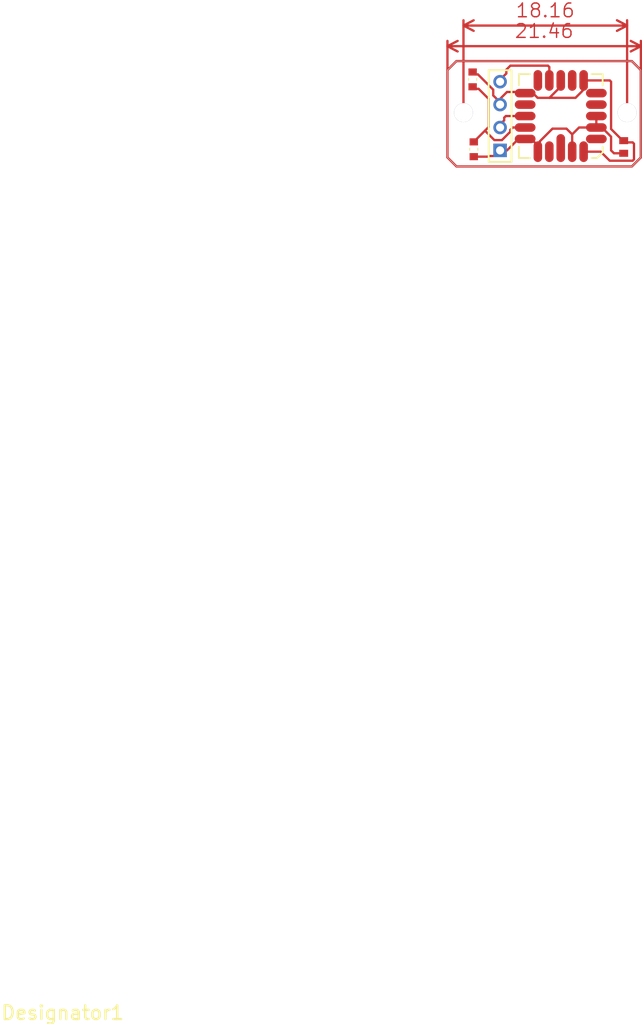
<source format=kicad_pcb>
(kicad_pcb (version 20211014) (generator pcbnew)
  (layers (0 "F.Cu" signal "Top Layer") (31 "B.Cu" signal "Bottom Layer") (34 "B.Paste" user "Bottom Paste") (35 "F.Paste" user "Top Paste") (36 "B.SilkS" user "Bottom Overlay") (37 "F.SilkS" user "Top Overlay") (38 "B.Mask" user "Bottom Solder") (39 "F.Mask" user "Top Solder") (44 "Edge.Cuts" user))
  (net 0 "")
  (net 1 "AOP")
  (net 2 "AON")
  (net 3 "Net*1_17")
  (net 4 "GND")
  (net 5 "5V ref")
  (footprint "Vault:CAPC1608X90N" (layer "F.Cu") (at 157.3276 108.6866 90)
    (fp_text reference "" (at 7.62 0.253992 90 unlocked) (layer "F.SilkS") (effects (font (thickness 0.254)) (justify left bottom)))
    (fp_text value "0.1uF" hide)
    (pad "1" smd rect (at -0.7 0 180) (size 0.99 0.78) (layers "F.Cu" "F.Paste" "F.Mask") (net 4 "GND"))
    (pad "2" smd rect (at 0.7 0 180) (size 0.99 0.78) (layers "F.Cu" "F.Paste" "F.Mask") (net 5 "5V ref"))
  )
  (footprint "Miscellaneous Connectors.IntLib:HDR1X4" (layer "F.Cu") (at 143.6116 109.0676 90)
    (fp_text reference "" (at -2.158992 0.127 unlocked) (layer "F.SilkS") (effects (font (thickness 0.254)) (justify left bottom)))
    (fp_text value "Header 4" hide)
    (fp_line (start 8.89 -1.27) (end 8.89 1.27) (layer "F.SilkS") (width 0.2))
    (fp_line (start -1.27 -1.27) (end -1.27 1.27) (layer "F.SilkS") (width 0.2))
    (fp_line (start -1.27 -1.27) (end 8.89 -1.27) (layer "F.SilkS") (width 0.2))
    (fp_line (start -1.27 1.27) (end 8.89 1.27) (layer "F.SilkS") (width 0.2))
    (pad "1" thru_hole rect (at 0 0 90) (size 1.5 1.5) (drill 0.9) (layers *.Cu *.Mask) (net 4 "GND"))
    (pad "2" thru_hole circle (at 2.54 0 90) (size 1.5 1.5) (drill 0.9) (layers *.Cu *.Mask) (net 2 "AON"))
    (pad "3" thru_hole circle (at 5.08 0 90) (size 1.5 1.5) (drill 0.9) (layers *.Cu *.Mask) (net 5 "5V ref"))
    (pad "4" thru_hole circle (at 7.62 0 90) (size 1.5 1.5) (drill 0.9) (layers *.Cu *.Mask) (net 1 "AOP"))
  )
  (footprint "Vault:LCC127P889X889X254-20N" (layer "F.Cu") (at 150.3426 105.2576 180)
    (fp_text reference "" (at 6.096005 0.253992 180 unlocked) (layer "F.SilkS") (effects (font (size 1.524 1.524) (thickness 0.254)) (justify left bottom)))
    (fp_text value "SI1521L" hide)
    (fp_line (start 4.65 4.65) (end 3.415 4.65) (layer "F.SilkS") (width 0.2))
    (fp_line (start 4.65 -4.65) (end 3.415 -4.65) (layer "F.SilkS") (width 0.2))
    (fp_line (start -3.415 4.65) (end -4.65 4.65) (layer "F.SilkS") (width 0.2))
    (fp_line (start 4.65 -4.65) (end 4.65 -3.415) (layer "F.SilkS") (width 0.2))
    (fp_line (start -3.415 -4.65) (end -4.032499 -4.65) (layer "F.SilkS") (width 0.2))
    (fp_line (start -4.65 3.415) (end -4.65 4.65) (layer "F.SilkS") (width 0.2))
    (fp_line (start -4.65 -4.032499) (end -4.65 -3.415) (layer "F.SilkS") (width 0.2))
    (fp_line (start -4.032499 -4.65) (end -4.65 -4.032499) (layer "F.SilkS") (width 0.2))
    (fp_line (start 4.65 3.415) (end 4.65 4.65) (layer "F.SilkS") (width 0.2))
    (pad "1" smd oval (at 0 -3.55 180) (size 0.95 3.1) (layers "F.Cu" "F.Paste" "F.Mask"))
    (pad "2" smd oval (at -1.27 -3.95 180) (size 0.95 2.3) (layers "F.Cu" "F.Paste" "F.Mask") (net 4 "GND"))
    (pad "3" smd oval (at -2.54 -3.95 180) (size 0.95 2.3) (layers "F.Cu" "F.Paste" "F.Mask") (net 5 "5V ref"))
    (pad "4" smd oval (at -3.95 -2.54 270) (size 0.95 2.3) (layers "F.Cu" "F.Paste" "F.Mask"))
    (pad "5" smd oval (at -3.95 -1.27 270) (size 0.95 2.3) (layers "F.Cu" "F.Paste" "F.Mask") (net 4 "GND"))
    (pad "6" smd oval (at -3.95 0 270) (size 0.95 2.3) (layers "F.Cu" "F.Paste" "F.Mask") (net 4 "GND"))
    (pad "7" smd oval (at -3.95 1.27 270) (size 0.95 2.3) (layers "F.Cu" "F.Paste" "F.Mask"))
    (pad "8" smd oval (at -3.95 2.54 270) (size 0.95 2.3) (layers "F.Cu" "F.Paste" "F.Mask"))
    (pad "9" smd oval (at -2.54 3.95 180) (size 0.95 2.3) (layers "F.Cu" "F.Paste" "F.Mask") (net 5 "5V ref"))
    (pad "10" smd oval (at -1.27 3.95 180) (size 0.95 2.3) (layers "F.Cu" "F.Paste" "F.Mask"))
    (pad "11" smd oval (at 0 3.95 180) (size 0.95 2.3) (layers "F.Cu" "F.Paste" "F.Mask") (net 5 "5V ref"))
    (pad "12" smd oval (at 1.27 3.95 180) (size 0.95 2.3) (layers "F.Cu" "F.Paste" "F.Mask") (net 1 "AOP"))
    (pad "13" smd oval (at 2.54 3.95 180) (size 0.95 2.3) (layers "F.Cu" "F.Paste" "F.Mask"))
    (pad "14" smd oval (at 3.95 2.54 270) (size 0.95 2.3) (layers "F.Cu" "F.Paste" "F.Mask") (net 5 "5V ref"))
    (pad "15" smd oval (at 3.95 1.27 270) (size 0.95 2.3) (layers "F.Cu" "F.Paste" "F.Mask"))
    (pad "16" smd oval (at 3.95 0 270) (size 0.95 2.3) (layers "F.Cu" "F.Paste" "F.Mask") (net 2 "AON"))
    (pad "17" smd oval (at 3.95 -1.27 270) (size 0.95 2.3) (layers "F.Cu" "F.Paste" "F.Mask") (net 3 "Net*1_17"))
    (pad "18" smd oval (at 3.95 -2.54 270) (size 0.95 2.3) (layers "F.Cu" "F.Paste" "F.Mask") (net 4 "GND"))
    (pad "19" smd oval (at 2.54 -3.95 180) (size 0.95 2.3) (layers "F.Cu" "F.Paste" "F.Mask") (net 4 "GND"))
    (pad "20" smd oval (at 1.27 -3.95 180) (size 0.95 2.3) (layers "F.Cu" "F.Paste" "F.Mask"))
  )
  (footprint "RT0603BRD0733RL.PcbLib:RESC1608X55N" (layer "F.Cu") (at 140.5636 101.1936 90)
    (fp_text reference "Designator1" (at -104.394 -52.451 unlocked) (layer "F.SilkS") (effects (font (size 1.524 1.524) (thickness 0.254)) (justify left bottom)))
    (fp_text value "2k" hide)
    (fp_line (start -0.11 0.45) (end 0.11 0.45) (layer "F.SilkS") (width 0.127))
    (fp_line (start -0.11 -0.45) (end 0.11 -0.45) (layer "F.SilkS") (width 0.127))
    (pad "1" smd rect (at -0.82 0 90) (size 0.79 0.93) (layers "F.Cu" "F.Paste" "F.Mask") (net 3 "Net*1_17"))
    (pad "2" smd rect (at 0.82 0 90) (size 0.79 0.93) (layers "F.Cu" "F.Paste" "F.Mask") (net 5 "5V ref"))
  )
  (footprint "RT0603BRD0733RL.PcbLib:RESC1608X55N" (layer "F.Cu") (at 140.6906 108.9406 -90)
    (fp_text reference "" (at 2.032008 -1.904995 180 unlocked) (layer "F.SilkS") (effects (font (thickness 0.254)) (justify left bottom)))
    (fp_text value "2k" hide)
    (fp_line (start 0.11 0.45) (end -0.11 0.45) (layer "F.SilkS") (width 0.127))
    (fp_line (start 0.11 -0.45) (end -0.11 -0.45) (layer "F.SilkS") (width 0.127))
    (pad "1" smd rect (at -0.82 0 270) (size 0.79 0.93) (layers "F.Cu" "F.Paste" "F.Mask") (net 3 "Net*1_17"))
    (pad "2" smd rect (at 0.82 0 270) (size 0.79 0.93) (layers "F.Cu" "F.Paste" "F.Mask") (net 4 "GND"))
  )
  (gr_line (start 159.2326 100.1616) (end 159.2326 109.8456) (layer "Edge.Cuts") (width 0.05))
  (gr_line (start 138.7696 110.8456) (end 137.7696 109.8456) (layer "Edge.Cuts") (width 0.05))
  (gr_line (start 158.2326 99.1616) (end 159.2326 100.1616) (layer "Edge.Cuts") (width 0.05))
  (gr_line (start 137.7696 109.8456) (end 137.7696 100.1616) (layer "Edge.Cuts") (width 0.05))
  (gr_line (start 137.7696 100.1616) (end 138.7696 99.1616) (layer "Edge.Cuts") (width 0.05))
  (gr_line (start 158.2326 110.8456) (end 138.7696 110.8456) (layer "Edge.Cuts") (width 0.05))
  (gr_line (start 159.2326 109.8456) (end 158.2326 110.8456) (layer "Edge.Cuts") (width 0.05))
  (gr_line (start 138.7696 99.1616) (end 158.2326 99.1616) (layer "Edge.Cuts") (width 0.05))
  (dimension (type aligned) (layer "F.Cu") (pts (xy 139.5476 104.8766) (xy 157.7086 104.8766)) (height -9.652) (gr_text "18.16" (at 148.6281 93.5482) (layer "F.Cu") (effects (font (size 1.524 1.524) (thickness 0.1524)))) (format (units 2) (units_format 0) (precision 2)) (style (thickness 0.254) (arrow_length 1.27) (text_position_mode 0) (extension_height 0.58642) (extension_offset 0) keep_text_aligned))
  (dimension (type aligned) (layer "F.Cu") (pts (xy 137.7696 109.8456) (xy 159.2326 109.8456)) (height -12.335) (gr_text "21.46" (at 148.5011 95.8342) (layer "F.Cu") (effects (font (size 1.524 1.524) (thickness 0.1524)))) (format (units 2) (units_format 0) (precision 2)) (style (thickness 0.254) (arrow_length 1.27) (text_position_mode 0) (extension_height 0.58642) (extension_offset 0) keep_text_aligned))
  (segment (start 159.2326 109.8456) (end 159.2326 100.1616) (width 0.254) (layer "F.Cu") (net 0))
  (segment (start 158.2326 99.1616) (end 159.2326 100.1616) (width 0.254) (layer "F.Cu") (net 0))
  (segment (start 137.7696 109.8456) (end 137.7696 100.1616) (width 0.254) (layer "F.Cu") (net 0))
  (segment (start 158.2326 110.8456) (end 159.2326 109.8456) (width 0.254) (layer "F.Cu") (net 0))
  (segment (start 138.7696 99.1616) (end 158.2326 99.1616) (width 0.254) (layer "F.Cu") (net 0))
  (segment (start 138.7696 110.8456) (end 158.2326 110.8456) (width 0.254) (layer "F.Cu") (net 0))
  (segment (start 137.7696 100.1616) (end 138.7696 99.1616) (width 0.254) (layer "F.Cu") (net 0))
  (segment (start 137.7696 109.8456) (end 138.7696 110.8456) (width 0.254) (layer "F.Cu") (net 0))
  (via (at 157.7086 104.8766) (size 2.1) (drill 2.1) (layers "F.Cu" "B.Cu") (net 0))
  (via (at 139.5476 104.8766) (size 2.1) (drill 2.1) (layers "F.Cu" "B.Cu") (net 0))
  (segment (start 148.923809 99.6696) (end 149.0726 99.818391) (width 0.254) (layer "F.Cu") (net 1))
  (segment (start 149.0726 101.3076) (end 149.0726 99.818391) (width 0.254) (layer "F.Cu") (net 1))
  (segment (start 143.6116 101.229541) (end 144.302307 100.538834) (width 0.254) (layer "F.Cu") (net 1))
  (segment (start 144.7546 99.6696) (end 148.923809 99.6696) (width 0.254) (layer "F.Cu") (net 1))
  (segment (start 144.302307 100.538834) (end 144.302307 100.121893) (width 0.254) (layer "F.Cu") (net 1))
  (segment (start 143.6116 101.4476) (end 143.6116 101.229541) (width 0.254) (layer "F.Cu") (net 1))
  (segment (start 144.302307 100.121893) (end 144.7546 99.6696) (width 0.254) (layer "F.Cu") (net 1))
  (segment (start 144.066994 105.735039) (end 144.066994 105.437206) (width 0.254) (layer "F.Cu") (net 2))
  (segment (start 144.2466 105.2576) (end 146.3926 105.2576) (width 0.254) (layer "F.Cu") (net 2))
  (segment (start 143.6116 106.5276) (end 143.6116 106.190433) (width 0.254) (layer "F.Cu") (net 2))
  (segment (start 144.066994 105.437206) (end 144.2466 105.2576) (width 0.254) (layer "F.Cu") (net 2))
  (segment (start 143.6116 106.190433) (end 144.066994 105.735039) (width 0.254) (layer "F.Cu") (net 2))
  (segment (start 141.9316 106.879598) (end 142.3416 106.4696) (width 0.254) (layer "F.Cu") (net 3))
  (segment (start 141.9316 106.879598) (end 142.976603 107.9246) (width 0.254) (layer "F.Cu") (net 3))
  (segment (start 144.7426 106.7936) (end 145.0086 106.5276) (width 0.254) (layer "F.Cu") (net 3))
  (segment (start 141.0286 107.8526) (end 141.0286 107.7826) (width 0.254) (layer "F.Cu") (net 3))
  (segment (start 143.814076 107.9246) (end 144.7426 106.996075) (width 0.254) (layer "F.Cu") (net 3))
  (segment (start 144.7426 106.996075) (end 144.7426 106.7936) (width 0.254) (layer "F.Cu") (net 3))
  (segment (start 141.0286 107.7826) (end 141.9316 106.879598) (width 0.254) (layer "F.Cu") (net 3))
  (segment (start 140.5636 102.0136) (end 140.789505 102.239506) (width 0.254) (layer "F.Cu") (net 3))
  (segment (start 140.8866 107.9246) (end 140.9566 107.9246) (width 0.254) (layer "F.Cu") (net 3))
  (segment (start 142.3416 106.4696) (end 142.3416 103.352597) (width 0.254) (layer "F.Cu") (net 3))
  (segment (start 140.789505 102.239506) (end 141.228509 102.239506) (width 0.254) (layer "F.Cu") (net 3))
  (segment (start 141.228509 102.239506) (end 142.3416 103.352597) (width 0.254) (layer "F.Cu") (net 3))
  (segment (start 140.6906 108.1206) (end 140.8866 107.9246) (width 0.254) (layer "F.Cu") (net 3))
  (segment (start 145.0086 106.5276) (end 146.3926 106.5276) (width 0.254) (layer "F.Cu") (net 3))
  (segment (start 140.9566 107.9246) (end 141.0286 107.8526) (width 0.254) (layer "F.Cu") (net 3))
  (segment (start 142.976603 107.9246) (end 143.814076 107.9246) (width 0.254) (layer "F.Cu") (net 3))
  (segment (start 142.3536 109.6906) (end 142.9886 109.6906) (width 0.254) (layer "F.Cu") (net 4))
  (segment (start 154.908166 106.5276) (end 155.9306 107.550034) (width 0.254) (layer "F.Cu") (net 4))
  (segment (start 145.6436 107.7976) (end 147.0676 107.7976) (width 0.254) (layer "F.Cu") (net 4))
  (segment (start 155.9306 109.067597) (end 155.9306 107.550034) (width 0.254) (layer "F.Cu") (net 4))
  (segment (start 149.4266 106.6546) (end 150.977603 106.6546) (width 0.254) (layer "F.Cu") (net 4))
  (segment (start 154.2926 106.206092) (end 154.2926 105.2576) (width 0.254) (layer "F.Cu") (net 4))
  (segment (start 142.2836 109.7606) (end 142.3536 109.6906) (width 0.254) (layer "F.Cu") (net 4))
  (segment (start 147.0676 107.7976) (end 147.8026 108.5326) (width 0.254) (layer "F.Cu") (net 4))
  (segment (start 154.2926 105.2576) (end 154.316745 105.281745) (width 0.254) (layer "F.Cu") (net 4))
  (segment (start 156.249604 109.3866) (end 157.3276 109.3866) (width 0.254) (layer "F.Cu") (net 4))
  (segment (start 147.8026 108.5326) (end 147.8026 108.344264) (width 0.254) (layer "F.Cu") (net 4))
  (segment (start 148.026882 108.119982) (end 148.026882 108.054318) (width 0.254) (layer "F.Cu") (net 4))
  (segment (start 144.3736 109.0676) (end 145.6436 107.7976) (width 0.254) (layer "F.Cu") (net 4))
  (segment (start 154.2926 106.5276) (end 154.908166 106.5276) (width 0.254) (layer "F.Cu") (net 4))
  (segment (start 147.8026 108.344264) (end 148.026882 108.119982) (width 0.254) (layer "F.Cu") (net 4))
  (segment (start 148.026882 108.054318) (end 149.4266 106.6546) (width 0.254) (layer "F.Cu") (net 4))
  (segment (start 153.971092 106.5276) (end 154.2926 106.206092) (width 0.254) (layer "F.Cu") (net 4))
  (segment (start 150.977603 106.6546) (end 151.612603 107.2896) (width 0.254) (layer "F.Cu") (net 4))
  (segment (start 140.6906 109.7606) (end 142.2836 109.7606) (width 0.254) (layer "F.Cu") (net 4))
  (segment (start 152.3746 106.5276) (end 153.971092 106.5276) (width 0.254) (layer "F.Cu") (net 4))
  (segment (start 153.971092 106.5276) (end 154.2926 106.5276) (width 0.254) (layer "F.Cu") (net 4))
  (segment (start 143.6116 109.0676) (end 144.3736 109.0676) (width 0.254) (layer "F.Cu") (net 4))
  (segment (start 155.9306 109.067597) (end 156.249604 109.3866) (width 0.254) (layer "F.Cu") (net 4))
  (segment (start 151.6126 109.2076) (end 151.6126 107.2896) (width 0.254) (layer "F.Cu") (net 4))
  (segment (start 147.8026 109.2076) (end 147.8026 108.5326) (width 0.254) (layer "F.Cu") (net 4))
  (segment (start 151.6126 107.2896) (end 152.3746 106.5276) (width 0.254) (layer "F.Cu") (net 4))
  (segment (start 142.9886 109.6906) (end 143.6116 109.0676) (width 0.254) (layer "F.Cu") (net 4))
  (segment (start 155.9306 106.694597) (end 155.9306 101.456391) (width 0.254) (layer "F.Cu") (net 5))
  (segment (start 147.774436 103.2361) (end 149.0891 103.2361) (width 0.254) (layer "F.Cu") (net 5))
  (segment (start 141.154602 100.6416) (end 142.8496 102.336597) (width 0.254) (layer "F.Cu") (net 5))
  (segment (start 152.749428 102.469772) (end 152.749428 101.667264) (width 0.254) (layer "F.Cu") (net 5))
  (segment (start 152.8826 101.3076) (end 155.781809 101.3076) (width 0.254) (layer "F.Cu") (net 5))
  (segment (start 155.7776 110.2106) (end 158.321809 110.2106) (width 0.254) (layer "F.Cu") (net 5))
  (segment (start 143.4211 103.5431) (end 144.3736 102.5906) (width 0.254) (layer "F.Cu") (net 5))
  (segment (start 149.0891 103.2361) (end 151.9831 103.2361) (width 0.254) (layer "F.Cu") (net 5))
  (segment (start 146.259428 102.584428) (end 146.3926 102.7176) (width 0.254) (layer "F.Cu") (net 5))
  (segment (start 158.321809 108.1786) (end 158.4706 108.327391) (width 0.254) (layer "F.Cu") (net 5))
  (segment (start 157.5196 108.1786) (end 158.321809 108.1786) (width 0.254) (layer "F.Cu") (net 5))
  (segment (start 146.3926 102.7176) (end 147.255936 102.7176) (width 0.254) (layer "F.Cu") (net 5))
  (segment (start 152.8826 109.2076) (end 154.7746 109.2076) (width 0.254) (layer "F.Cu") (net 5))
  (segment (start 152.749428 101.667264) (end 152.8826 101.534092) (width 0.254) (layer "F.Cu") (net 5))
  (segment (start 157.3276 107.9866) (end 157.5196 108.1786) (width 0.254) (layer "F.Cu") (net 5))
  (segment (start 142.8496 102.9716) (end 143.4211 103.5431) (width 0.254) (layer "F.Cu") (net 5))
  (segment (start 151.9831 103.2361) (end 152.749428 102.469772) (width 0.254) (layer "F.Cu") (net 5))
  (segment (start 157.2226 107.9866) (end 157.3276 107.9866) (width 0.254) (layer "F.Cu") (net 5))
  (segment (start 147.255936 102.7176) (end 147.774436 103.2361) (width 0.254) (layer "F.Cu") (net 5))
  (segment (start 140.8316 100.6416) (end 141.154602 100.6416) (width 0.254) (layer "F.Cu") (net 5))
  (segment (start 158.321809 110.2106) (end 158.4706 110.061809) (width 0.254) (layer "F.Cu") (net 5))
  (segment (start 155.781809 101.3076) (end 155.9306 101.456391) (width 0.254) (layer "F.Cu") (net 5))
  (segment (start 149.0891 103.2361) (end 150.3426 101.9826) (width 0.254) (layer "F.Cu") (net 5))
  (segment (start 154.7746 109.2076) (end 155.7776 110.2106) (width 0.254) (layer "F.Cu") (net 5))
  (segment (start 143.6116 103.9876) (end 143.6116 103.7336) (width 0.254) (layer "F.Cu") (net 5))
  (segment (start 140.5636 100.3736) (end 140.8316 100.6416) (width 0.254) (layer "F.Cu") (net 5))
  (segment (start 152.8826 101.534092) (end 152.8826 101.3076) (width 0.254) (layer "F.Cu") (net 5))
  (segment (start 150.3426 101.9826) (end 150.3426 101.3076) (width 0.254) (layer "F.Cu") (net 5))
  (segment (start 142.8496 102.9716) (end 142.8496 102.336597) (width 0.254) (layer "F.Cu") (net 5))
  (segment (start 143.4211 103.5431) (end 143.6116 103.7336) (width 0.254) (layer "F.Cu") (net 5))
  (segment (start 145.131219 102.584428) (end 146.259428 102.584428) (width 0.254) (layer "F.Cu") (net 5))
  (segment (start 158.4706 110.061809) (end 158.4706 108.327391) (width 0.254) (layer "F.Cu") (net 5))
  (segment (start 144.3736 102.5906) (end 145.131219 102.5906) (width 0.254) (layer "F.Cu") (net 5))
  (segment (start 155.9306 106.694597) (end 157.2226 107.9866) (width 0.254) (layer "F.Cu") (net 5))
)
</source>
